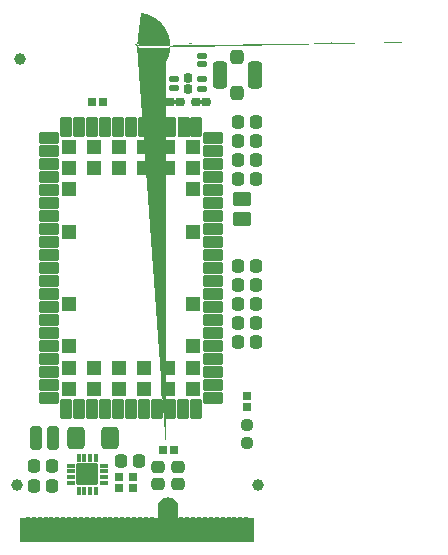
<source format=gbr>
%TF.GenerationSoftware,KiCad,Pcbnew,8.0.8+1*%
%TF.CreationDate,2025-01-22T08:35:02-05:00*%
%TF.ProjectId,cellularBoard,63656c6c-756c-4617-9242-6f6172642e6b,rev?*%
%TF.SameCoordinates,Original*%
%TF.FileFunction,Soldermask,Top*%
%TF.FilePolarity,Negative*%
%FSLAX46Y46*%
G04 Gerber Fmt 4.6, Leading zero omitted, Abs format (unit mm)*
G04 Created by KiCad (PCBNEW 8.0.8+1) date 2025-01-22 08:35:02*
%MOMM*%
%LPD*%
G01*
G04 APERTURE LIST*
G04 Aperture macros list*
%AMRoundRect*
0 Rectangle with rounded corners*
0 $1 Rounding radius*
0 $2 $3 $4 $5 $6 $7 $8 $9 X,Y pos of 4 corners*
0 Add a 4 corners polygon primitive as box body*
4,1,4,$2,$3,$4,$5,$6,$7,$8,$9,$2,$3,0*
0 Add four circle primitives for the rounded corners*
1,1,$1+$1,$2,$3*
1,1,$1+$1,$4,$5*
1,1,$1+$1,$6,$7*
1,1,$1+$1,$8,$9*
0 Add four rect primitives between the rounded corners*
20,1,$1+$1,$2,$3,$4,$5,0*
20,1,$1+$1,$4,$5,$6,$7,0*
20,1,$1+$1,$6,$7,$8,$9,0*
20,1,$1+$1,$8,$9,$2,$3,0*%
%AMFreePoly0*
4,1,207,0.335703,2.799821,0.344094,2.798802,0.670736,2.738943,0.678943,2.736920,0.995988,2.638125,1.003892,2.635128,1.306718,2.498837,1.314203,2.494909,1.598392,2.323111,1.605348,2.318309,1.866757,2.113508,1.873084,2.107902,2.107902,1.873084,2.113508,1.866757,2.318309,1.605348,2.323111,1.598392,2.494909,1.314203,2.498837,1.306718,2.635128,1.003892,2.638125,0.995988,
2.736920,0.678943,2.738943,0.670736,2.798802,0.344094,2.799821,0.335703,2.819872,0.004227,2.819992,-0.001057,2.817483,-0.167250,2.816981,-0.174631,2.802200,-0.296355,2.799821,-0.335702,2.798802,-0.344095,2.791695,-0.382867,2.776917,-0.504591,2.775393,-0.512907,2.746051,-0.631948,2.738944,-0.670735,2.736920,-0.678944,2.725190,-0.716583,2.695848,-0.835633,2.693333,-0.843704,
2.649859,-0.958333,2.638126,-0.995988,2.635128,-1.003893,2.618937,-1.039865,2.575467,-1.154489,2.571998,-1.162198,2.515021,-1.270754,2.498838,-1.306716,2.494908,-1.314204,2.474501,-1.347957,2.417531,-1.456509,2.413158,-1.463744,2.343505,-1.564652,2.323111,-1.598390,2.318308,-1.605350,2.293980,-1.636400,2.224342,-1.737291,2.219129,-1.743946,2.137820,-1.835724,2.113508,-1.866757,
2.107902,-1.873085,2.080017,-1.900968,1.998717,-1.992739,1.992739,-1.998717,1.900968,-2.080017,1.873085,-2.107902,1.866757,-2.113508,1.835724,-2.137820,1.743946,-2.219129,1.737291,-2.224342,1.636400,-2.293980,1.605350,-2.318308,1.598390,-2.323111,1.564652,-2.343505,1.463744,-2.413158,1.456509,-2.417531,1.347957,-2.474501,1.314204,-2.494908,1.306716,-2.498838,1.270754,-2.515021,
1.162198,-2.571998,1.154489,-2.575467,1.039865,-2.618937,1.003893,-2.635128,0.995988,-2.638126,0.958333,-2.649859,0.843704,-2.693333,0.835633,-2.695848,0.716583,-2.725190,0.678944,-2.736920,0.670735,-2.738944,0.631948,-2.746051,0.512907,-2.775393,0.504591,-2.776917,0.382867,-2.791695,0.344095,-2.798802,0.335702,-2.799821,0.296355,-2.802200,0.174631,-2.816981,0.166193,-2.817491,
0.043589,-2.817491,0.004227,-2.819872,-0.004227,-2.819872,-0.043589,-2.817491,-0.166193,-2.817491,-0.174631,-2.816981,-0.296355,-2.802200,-0.335702,-2.799821,-0.344095,-2.798802,-0.382867,-2.791695,-0.504591,-2.776917,-0.512907,-2.775393,-0.631948,-2.746051,-0.670735,-2.738944,-0.678944,-2.736920,-0.716583,-2.725190,-0.835633,-2.695848,-0.843704,-2.693333,-0.958333,-2.649859,-0.995988,-2.638126,
-1.003893,-2.635128,-1.039865,-2.618937,-1.154489,-2.575467,-1.162198,-2.571998,-1.270754,-2.515021,-1.306716,-2.498838,-1.314204,-2.494908,-1.347957,-2.474501,-1.456509,-2.417531,-1.463744,-2.413158,-1.564652,-2.343505,-1.598390,-2.323111,-1.605350,-2.318308,-1.636400,-2.293980,-1.737291,-2.224342,-1.743946,-2.219129,-1.835724,-2.137820,-1.866757,-2.113508,-1.873085,-2.107902,-1.900968,-2.080017,
-1.992739,-1.998717,-1.998717,-1.992739,-2.080017,-1.900968,-2.107902,-1.873085,-2.113508,-1.866757,-2.137820,-1.835724,-2.219129,-1.743946,-2.224342,-1.737291,-2.293980,-1.636400,-2.318308,-1.605350,-2.323111,-1.598390,-2.343505,-1.564652,-2.413158,-1.463744,-2.417531,-1.456509,-2.474501,-1.347957,-2.494908,-1.314204,-2.498838,-1.306716,-2.515021,-1.270754,-2.571998,-1.162198,-2.575467,-1.154489,
-2.618937,-1.039865,-2.635128,-1.003893,-2.638126,-0.995988,-2.649859,-0.958333,-2.693333,-0.843704,-2.695848,-0.835633,-2.725190,-0.716583,-2.736920,-0.678944,-2.738944,-0.670735,-2.746051,-0.631948,-2.775393,-0.512907,-2.776917,-0.504591,-2.791695,-0.382867,-2.798802,-0.344095,-2.799821,-0.335702,-2.802200,-0.296355,-2.816981,-0.174631,-2.817483,-0.167250,-2.819992,-0.001057,-2.819872,0.004227,
-2.799821,0.335703,-2.798802,0.344094,-2.738943,0.670736,-2.736920,0.678943,-2.638125,0.995988,-2.635128,1.003892,-2.498837,1.306718,-2.494909,1.314203,-2.323111,1.598392,-2.318309,1.605348,-2.113508,1.866757,-2.107902,1.873084,-1.873084,2.107902,-1.866757,2.113508,-1.605348,2.318309,-1.598392,2.323111,-1.314203,2.494909,-1.306718,2.498837,-1.003892,2.635128,-0.995988,2.638125,
-0.678943,2.736920,-0.670736,2.738943,-0.344094,2.798802,-0.335703,2.799821,-0.004227,2.819872,0.004227,2.819872,0.335703,2.799821,0.335703,2.799821,$1*%
G04 Aperture macros list end*
%ADD10C,0.000000*%
%ADD11C,1.000000*%
%ADD12RoundRect,0.128750X0.266250X-0.128750X0.266250X0.128750X-0.266250X0.128750X-0.266250X-0.128750X0*%
%ADD13RoundRect,0.247500X-0.247500X-0.772500X0.247500X-0.772500X0.247500X0.772500X-0.247500X0.772500X0*%
%ADD14RoundRect,0.235000X0.235000X-0.235000X0.235000X0.235000X-0.235000X0.235000X-0.235000X-0.235000X0*%
%ADD15RoundRect,0.252750X-0.252750X-0.302250X0.252750X-0.302250X0.252750X0.302250X-0.252750X0.302250X0*%
%ADD16RoundRect,0.252750X0.302250X-0.252750X0.302250X0.252750X-0.302250X0.252750X-0.302250X-0.252750X0*%
%ADD17FreePoly0,0.000000*%
%ADD18RoundRect,0.180000X-0.190000X-0.180000X0.190000X-0.180000X0.190000X0.180000X-0.190000X0.180000X0*%
%ADD19RoundRect,0.180000X-0.180000X0.202500X-0.180000X-0.202500X0.180000X-0.202500X0.180000X0.202500X0*%
%ADD20RoundRect,0.180000X-0.202500X-0.180000X0.202500X-0.180000X0.202500X0.180000X-0.202500X0.180000X0*%
%ADD21RoundRect,0.180000X0.180000X-0.190000X0.180000X0.190000X-0.180000X0.190000X-0.180000X-0.190000X0*%
%ADD22RoundRect,0.313750X-0.488750X0.313750X-0.488750X-0.313750X0.488750X-0.313750X0.488750X0.313750X0*%
%ADD23RoundRect,0.079167X-0.290833X-0.110833X0.290833X-0.110833X0.290833X0.110833X-0.290833X0.110833X0*%
%ADD24RoundRect,0.079167X0.110833X-0.290833X0.110833X0.290833X-0.110833X0.290833X-0.110833X-0.290833X0*%
%ADD25RoundRect,0.079167X0.290833X0.110833X-0.290833X0.110833X-0.290833X-0.110833X0.290833X-0.110833X0*%
%ADD26RoundRect,0.079167X-0.110833X0.290833X-0.110833X-0.290833X0.110833X-0.290833X0.110833X0.290833X0*%
%ADD27RoundRect,0.054217X-0.845783X-0.845783X0.845783X-0.845783X0.845783X0.845783X-0.845783X0.845783X0*%
%ADD28RoundRect,0.180000X0.190000X0.180000X-0.190000X0.180000X-0.190000X-0.180000X0.190000X-0.180000X0*%
%ADD29RoundRect,0.180000X-0.180000X0.190000X-0.180000X-0.190000X0.180000X-0.190000X0.180000X0.190000X0*%
%ADD30RoundRect,0.370000X0.370000X0.600000X-0.370000X0.600000X-0.370000X-0.600000X0.370000X-0.600000X0*%
%ADD31RoundRect,0.070000X-0.750570X-0.400050X0.750570X-0.400050X0.750570X0.400050X-0.750570X0.400050X0*%
%ADD32RoundRect,0.070000X0.400050X-0.750570X0.400050X0.750570X-0.400050X0.750570X-0.400050X-0.750570X0*%
%ADD33RoundRect,0.070000X0.449580X-0.750570X0.449580X0.750570X-0.449580X0.750570X-0.449580X-0.750570X0*%
%ADD34RoundRect,0.070000X0.549910X-0.549910X0.549910X0.549910X-0.549910X0.549910X-0.549910X-0.549910X0*%
%ADD35RoundRect,0.070000X-0.175000X-0.750000X0.175000X-0.750000X0.175000X0.750000X-0.175000X0.750000X0*%
%ADD36RoundRect,0.285000X0.285000X0.310000X-0.285000X0.310000X-0.285000X-0.310000X0.285000X-0.310000X0*%
%ADD37RoundRect,0.297500X0.297500X0.872500X-0.297500X0.872500X-0.297500X-0.872500X0.297500X-0.872500X0*%
%ADD38RoundRect,0.135000X-0.285000X0.135000X-0.285000X-0.135000X0.285000X-0.135000X0.285000X0.135000X0*%
G04 APERTURE END LIST*
%TO.C,J1*%
G36*
X130075000Y-118000000D02*
G01*
X149925000Y-118000000D01*
X149925000Y-120000000D01*
X130075000Y-120000000D01*
X130075000Y-118000000D01*
G37*
D10*
G36*
X142802240Y-116266150D02*
G01*
X142971734Y-116321222D01*
X143126074Y-116410330D01*
X143258515Y-116529581D01*
X143363268Y-116673761D01*
X143435755Y-116836570D01*
X143472809Y-117010892D01*
X143475000Y-117100000D01*
X143475000Y-118000000D01*
X141775000Y-118000000D01*
X141775000Y-117100000D01*
X141777191Y-117010892D01*
X141814245Y-116836570D01*
X141886732Y-116673761D01*
X141991485Y-116529581D01*
X142123926Y-116410330D01*
X142278266Y-116321222D01*
X142447760Y-116266150D01*
X142625000Y-116247521D01*
X142802240Y-116266150D01*
G37*
%TD*%
D11*
%TO.C,REF\u002A\u002A*%
X150200000Y-115200000D03*
%TD*%
D12*
%TO.C,L3*%
X145500000Y-81625000D03*
X145500000Y-80800000D03*
%TD*%
D13*
%TO.C,L1*%
X131425000Y-111250000D03*
X132875000Y-111250000D03*
%TD*%
D14*
%TO.C,D2*%
X149300000Y-110150000D03*
X149300000Y-111650000D03*
%TD*%
D11*
%TO.C,REF\u002A\u002A*%
X129800000Y-115200000D03*
%TD*%
D15*
%TO.C,C7*%
X148550000Y-84500000D03*
X150050000Y-84500000D03*
%TD*%
%TO.C,C6*%
X148550000Y-86100000D03*
X150050000Y-86100000D03*
%TD*%
%TO.C,C14*%
X148550000Y-101450000D03*
X150050000Y-101450000D03*
%TD*%
D12*
%TO.C,L2*%
X143100000Y-81612500D03*
X143100000Y-80787500D03*
%TD*%
D16*
%TO.C,C11*%
X143475000Y-115150000D03*
X143475000Y-113650000D03*
%TD*%
D15*
%TO.C,C9*%
X138650000Y-113150000D03*
X140150000Y-113150000D03*
%TD*%
D17*
%TO.C,J2*%
X140000000Y-78000000D03*
%TD*%
D18*
%TO.C,R8*%
X136200000Y-82800000D03*
X137130000Y-82800000D03*
%TD*%
D19*
%TO.C,C19*%
X144300000Y-80763000D03*
X144300000Y-81637000D03*
%TD*%
D15*
%TO.C,C1*%
X131275000Y-115250000D03*
X132775000Y-115250000D03*
%TD*%
D16*
%TO.C,C10*%
X141775000Y-115150000D03*
X141775000Y-113650000D03*
%TD*%
D20*
%TO.C,C12*%
X142800000Y-82800000D03*
X143674000Y-82800000D03*
%TD*%
D15*
%TO.C,C4*%
X148550000Y-89300000D03*
X150050000Y-89300000D03*
%TD*%
%TO.C,C5*%
X148550000Y-87700000D03*
X150050000Y-87700000D03*
%TD*%
D21*
%TO.C,R5*%
X139650000Y-115415000D03*
X139650000Y-114485000D03*
%TD*%
D15*
%TO.C,C17*%
X148550000Y-96650000D03*
X150050000Y-96650000D03*
%TD*%
D22*
%TO.C,C3*%
X148850000Y-91000000D03*
X148850000Y-92700000D03*
%TD*%
D23*
%TO.C,U1*%
X134400000Y-113550000D03*
X134400000Y-114050000D03*
X134400000Y-114550000D03*
X134400000Y-115050000D03*
D24*
X135050000Y-115700000D03*
X135550000Y-115700000D03*
X136050000Y-115700000D03*
X136550000Y-115700000D03*
D25*
X137200000Y-115050000D03*
X137200000Y-114550000D03*
X137200000Y-114050000D03*
X137200000Y-113550000D03*
D26*
X136550000Y-112900000D03*
X136050000Y-112900000D03*
X135550000Y-112900000D03*
X135050000Y-112900000D03*
D27*
X135800000Y-114300000D03*
%TD*%
D28*
%TO.C,R7*%
X143090000Y-112200000D03*
X142160000Y-112200000D03*
%TD*%
D29*
%TO.C,R1*%
X138450000Y-114500000D03*
X138450000Y-115430000D03*
%TD*%
D30*
%TO.C,D1*%
X134870000Y-111250000D03*
X137730000Y-111250000D03*
%TD*%
D11*
%TO.C,REF\u002A\u002A*%
X130100000Y-79100000D03*
%TD*%
D15*
%TO.C,C16*%
X148550000Y-99850000D03*
X150050000Y-99850000D03*
%TD*%
D29*
%TO.C,R2*%
X149300000Y-107700000D03*
X149300000Y-108630000D03*
%TD*%
D15*
%TO.C,C15*%
X148550000Y-103050000D03*
X150050000Y-103050000D03*
%TD*%
%TO.C,C2*%
X131275000Y-113600000D03*
X132775000Y-113600000D03*
%TD*%
D31*
%TO.C,U2*%
X132549290Y-85801800D03*
X132549290Y-86901620D03*
X132549290Y-88001440D03*
X132549290Y-89101260D03*
X132549290Y-90201080D03*
X132549290Y-91300900D03*
X132549290Y-92400720D03*
X132549290Y-93500540D03*
X132549290Y-94600360D03*
X132549290Y-95700180D03*
X132549290Y-96800000D03*
X132549290Y-97899820D03*
X132549290Y-98999640D03*
X132549290Y-100099460D03*
X132549290Y-101199280D03*
X132549290Y-102299100D03*
X132549290Y-103398920D03*
X132549290Y-104498740D03*
X132549290Y-105598560D03*
X132549290Y-106698380D03*
X132549290Y-107798200D03*
D32*
X134000900Y-108750700D03*
X135100720Y-108750700D03*
X136200540Y-108750700D03*
X137300360Y-108750700D03*
X138400180Y-108750700D03*
X139500000Y-108750700D03*
X140599820Y-108750700D03*
X141699640Y-108750700D03*
X142799460Y-108750700D03*
X143899280Y-108750700D03*
X144999100Y-108750700D03*
D31*
X146450710Y-107798200D03*
X146450710Y-106698380D03*
X146450710Y-105598560D03*
X146450710Y-104498740D03*
X146450710Y-103398920D03*
X146450710Y-102299100D03*
X146450710Y-101199280D03*
X146450710Y-100099460D03*
X146450710Y-98999640D03*
X146450710Y-97899820D03*
X146450710Y-96800000D03*
X146450710Y-95700180D03*
X146450710Y-94600360D03*
X146450710Y-93500540D03*
X146450710Y-92400720D03*
X146450710Y-91300900D03*
X146450710Y-90201080D03*
X146450710Y-89101260D03*
X146450710Y-88001440D03*
X146450710Y-86901620D03*
X146450710Y-85801800D03*
D32*
X144999100Y-84849300D03*
D33*
X143950080Y-84849300D03*
D32*
X142799460Y-84849300D03*
D33*
X141648840Y-84849300D03*
D32*
X140599820Y-84849300D03*
X139500000Y-84849300D03*
X138400180Y-84849300D03*
X137300360Y-84849300D03*
X136200540Y-84849300D03*
X135100720Y-84849300D03*
X134000900Y-84849300D03*
D34*
X134248550Y-86551100D03*
X136349130Y-86551100D03*
X138449710Y-86551100D03*
X140550290Y-86551100D03*
X142650870Y-86551100D03*
X144751450Y-86551100D03*
X134248550Y-88351960D03*
X136349130Y-88351960D03*
X138449710Y-88351960D03*
X140550290Y-88351960D03*
X142650870Y-88351960D03*
X144751450Y-88351960D03*
X134248550Y-90152820D03*
X144751450Y-90152820D03*
X134248550Y-93752000D03*
X144751450Y-93752000D03*
X134248550Y-99848000D03*
X144751450Y-99848000D03*
X134248550Y-103447180D03*
X144751450Y-103447180D03*
X134248550Y-105248040D03*
X136349130Y-105248040D03*
X138449710Y-105248040D03*
X140550290Y-105248040D03*
X142650870Y-105248040D03*
X144751450Y-105248040D03*
X134248550Y-107048900D03*
X136349130Y-107048900D03*
X138449710Y-107048900D03*
X140550290Y-107048900D03*
X142650870Y-107048900D03*
X144751450Y-107048900D03*
%TD*%
D35*
%TO.C,J1*%
X149250000Y-118750000D03*
X148750000Y-118750000D03*
X148250000Y-118750000D03*
X147750000Y-118750000D03*
X147250000Y-118750000D03*
X146750000Y-118750000D03*
X146250000Y-118750000D03*
X145750000Y-118750000D03*
X145250000Y-118750000D03*
X144750000Y-118750000D03*
X144250000Y-118750000D03*
X143750000Y-118750000D03*
X141250000Y-118750000D03*
X140750000Y-118750000D03*
X140250000Y-118750000D03*
X139750000Y-118750000D03*
X139250000Y-118750000D03*
X138750000Y-118750000D03*
X138250000Y-118750000D03*
X137750000Y-118750000D03*
X137250000Y-118750000D03*
X136750000Y-118750000D03*
X136250000Y-118750000D03*
X135750000Y-118750000D03*
X135250000Y-118750000D03*
X134750000Y-118750000D03*
X134250000Y-118750000D03*
X133750000Y-118750000D03*
X133250000Y-118750000D03*
X132750000Y-118750000D03*
X132250000Y-118750000D03*
X131750000Y-118750000D03*
X131250000Y-118750000D03*
X130750000Y-118750000D03*
%TD*%
D36*
%TO.C,AE1*%
X148500000Y-82025000D03*
D37*
X149975000Y-80500000D03*
D36*
X148500000Y-78975000D03*
D37*
X147025000Y-80500000D03*
%TD*%
D38*
%TO.C,D7*%
X145500000Y-78850000D03*
X145500000Y-79550000D03*
%TD*%
D15*
%TO.C,C18*%
X148550000Y-98250000D03*
X150050000Y-98250000D03*
%TD*%
D20*
%TO.C,C13*%
X144963000Y-82800000D03*
X145837000Y-82800000D03*
%TD*%
M02*

</source>
